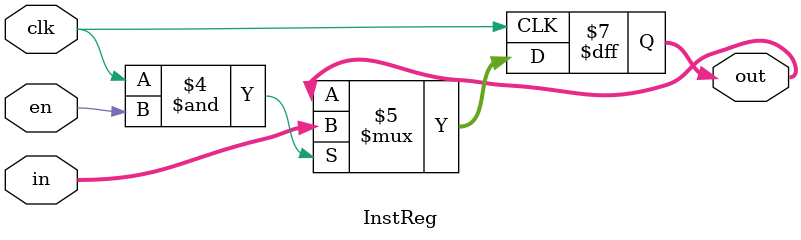
<source format=v>
module InstReg (clk, in, out, en);

	input clk, en;
	input [23:0] in;
	output reg [23:0] out;
	
	always @(posedge clk)
	if (clk == 1 & en == 1)
		out <= in;

endmodule 
</source>
